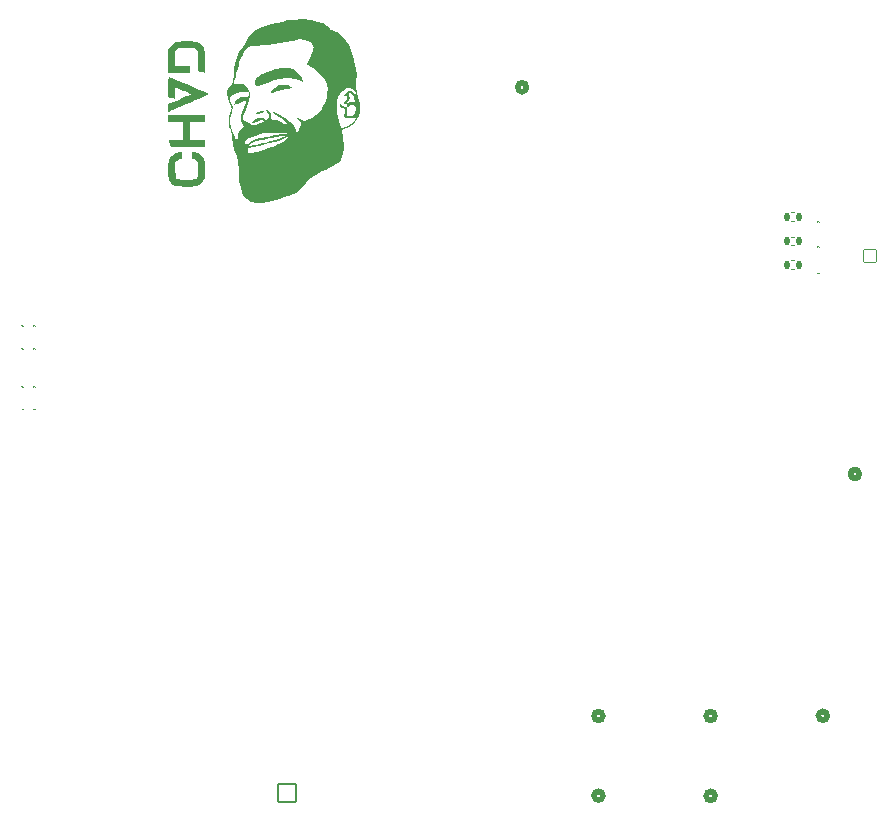
<source format=gbo>
%TF.GenerationSoftware,KiCad,Pcbnew,8.0.8*%
%TF.CreationDate,2025-03-22T13:34:13-05:00*%
%TF.ProjectId,ControllerPCB,436f6e74-726f-46c6-9c65-725043422e6b,rev?*%
%TF.SameCoordinates,Original*%
%TF.FileFunction,Legend,Bot*%
%TF.FilePolarity,Positive*%
%FSLAX46Y46*%
G04 Gerber Fmt 4.6, Leading zero omitted, Abs format (unit mm)*
G04 Created by KiCad (PCBNEW 8.0.8) date 2025-03-22 13:34:13*
%MOMM*%
%LPD*%
G01*
G04 APERTURE LIST*
G04 Aperture macros list*
%AMRoundRect*
0 Rectangle with rounded corners*
0 $1 Rounding radius*
0 $2 $3 $4 $5 $6 $7 $8 $9 X,Y pos of 4 corners*
0 Add a 4 corners polygon primitive as box body*
4,1,4,$2,$3,$4,$5,$6,$7,$8,$9,$2,$3,0*
0 Add four circle primitives for the rounded corners*
1,1,$1+$1,$2,$3*
1,1,$1+$1,$4,$5*
1,1,$1+$1,$6,$7*
1,1,$1+$1,$8,$9*
0 Add four rect primitives between the rounded corners*
20,1,$1+$1,$2,$3,$4,$5,0*
20,1,$1+$1,$4,$5,$6,$7,0*
20,1,$1+$1,$6,$7,$8,$9,0*
20,1,$1+$1,$8,$9,$2,$3,0*%
G04 Aperture macros list end*
%ADD10C,0.000000*%
%ADD11C,0.508000*%
%ADD12C,0.100000*%
%ADD13C,0.120000*%
%ADD14RoundRect,0.102000X0.765000X0.765000X-0.765000X0.765000X-0.765000X-0.765000X0.765000X-0.765000X0*%
%ADD15C,1.734000*%
%ADD16C,1.752600*%
%ADD17RoundRect,0.050000X0.530000X-0.530000X0.530000X0.530000X-0.530000X0.530000X-0.530000X-0.530000X0*%
%ADD18C,1.160000*%
%ADD19R,0.280000X0.200000*%
%ADD20O,6.744000X3.474000*%
%ADD21RoundRect,0.135000X-0.135000X-0.185000X0.135000X-0.185000X0.135000X0.185000X-0.135000X0.185000X0*%
%ADD22C,3.200000*%
%ADD23R,1.650000X1.650000*%
%ADD24C,1.650000*%
%ADD25O,1.800000X1.150000*%
%ADD26O,2.000000X1.450000*%
%ADD27O,0.800000X0.800000*%
%ADD28RoundRect,0.102000X0.765000X-0.765000X0.765000X0.765000X-0.765000X0.765000X-0.765000X-0.765000X0*%
G04 APERTURE END LIST*
D10*
%TO.C,G\u002A\u002A\u002A*%
G36*
X122015457Y-85300540D02*
G01*
X122063358Y-85557842D01*
X122089553Y-85802784D01*
X122096268Y-86020273D01*
X122097308Y-86053961D01*
X122076553Y-86362753D01*
X122003865Y-86673147D01*
X121876300Y-86950986D01*
X121691128Y-87199858D01*
X121445618Y-87423355D01*
X121137039Y-87625066D01*
X120762661Y-87808581D01*
X120566220Y-87893096D01*
X120613362Y-88155392D01*
X120631505Y-88256341D01*
X120652319Y-88384611D01*
X120656223Y-88408672D01*
X120668612Y-88511143D01*
X120691652Y-88701702D01*
X120714555Y-89002061D01*
X120724077Y-89290857D01*
X120719361Y-89549202D01*
X120699553Y-89758207D01*
X120664912Y-89926577D01*
X120577959Y-90184658D01*
X120459867Y-90410963D01*
X120319091Y-90587075D01*
X120302026Y-90602551D01*
X120197125Y-90679663D01*
X120039876Y-90777657D01*
X119839771Y-90890854D01*
X119606304Y-91013573D01*
X119454064Y-91092008D01*
X119198276Y-91226850D01*
X118923048Y-91374808D01*
X118652713Y-91522763D01*
X118411606Y-91657598D01*
X118179221Y-91792085D01*
X117967079Y-91923923D01*
X117791791Y-92047530D01*
X117639483Y-92174590D01*
X117496277Y-92316789D01*
X117348299Y-92485810D01*
X117181673Y-92693340D01*
X117070029Y-92821306D01*
X116872873Y-93006670D01*
X116656000Y-93174364D01*
X116445950Y-93302415D01*
X116397539Y-93323976D01*
X116279950Y-93369633D01*
X116116640Y-93428976D01*
X115920077Y-93497817D01*
X115702726Y-93571965D01*
X115477054Y-93647229D01*
X115255527Y-93719420D01*
X115050612Y-93784347D01*
X114874775Y-93837821D01*
X114740482Y-93875650D01*
X114604191Y-93908781D01*
X114421104Y-93948770D01*
X114250000Y-93982115D01*
X114159629Y-93995057D01*
X113969260Y-94011346D01*
X113745899Y-94020535D01*
X113512430Y-94021406D01*
X113492286Y-94021080D01*
X113304395Y-94017133D01*
X113168254Y-94010516D01*
X113067067Y-93998334D01*
X112984037Y-93977689D01*
X112902369Y-93945683D01*
X112805266Y-93899418D01*
X112768857Y-93880887D01*
X112561901Y-93747044D01*
X112384939Y-93576145D01*
X112234099Y-93361749D01*
X112105507Y-93097418D01*
X111995292Y-92776709D01*
X111899580Y-92393183D01*
X111893969Y-92359413D01*
X111881903Y-92246269D01*
X111869198Y-92081808D01*
X111856664Y-91878460D01*
X111845107Y-91648657D01*
X111835337Y-91404828D01*
X111831174Y-91287544D01*
X111820769Y-91030795D01*
X111808818Y-90825728D01*
X111792935Y-90659139D01*
X111770739Y-90517827D01*
X111739847Y-90388587D01*
X111697873Y-90258216D01*
X111642437Y-90113512D01*
X111571153Y-89941271D01*
X111493707Y-89723896D01*
X111462305Y-89601387D01*
X112603379Y-89601387D01*
X112603382Y-89605355D01*
X112609125Y-89722317D01*
X112629767Y-89789734D01*
X112671145Y-89827044D01*
X112693057Y-89838563D01*
X112724461Y-89851005D01*
X112762499Y-89855808D01*
X112817369Y-89851319D01*
X112899271Y-89835884D01*
X113018406Y-89807848D01*
X113184973Y-89765557D01*
X113409172Y-89707357D01*
X113618195Y-89651990D01*
X114003256Y-89543118D01*
X114338599Y-89437253D01*
X114637452Y-89329791D01*
X114913043Y-89216129D01*
X115178601Y-89091664D01*
X115373528Y-88988351D01*
X115561587Y-88875449D01*
X115724488Y-88764309D01*
X115852675Y-88661962D01*
X115936593Y-88575437D01*
X115966689Y-88511766D01*
X115966689Y-88511143D01*
X115961329Y-88474825D01*
X115936514Y-88467500D01*
X115878919Y-88491875D01*
X115775217Y-88550656D01*
X115577224Y-88652417D01*
X115234166Y-88781388D01*
X114832714Y-88884728D01*
X114699647Y-88913794D01*
X114503922Y-88958565D01*
X114275488Y-89012297D01*
X114032860Y-89070630D01*
X113794551Y-89129204D01*
X113789291Y-89130513D01*
X113563791Y-89185596D01*
X113346378Y-89236895D01*
X113152000Y-89281013D01*
X112995607Y-89314558D01*
X112892149Y-89334133D01*
X112786768Y-89352724D01*
X112689065Y-89374048D01*
X112638149Y-89390509D01*
X112624625Y-89413865D01*
X112609331Y-89492066D01*
X112603379Y-89601387D01*
X111462305Y-89601387D01*
X111412072Y-89405417D01*
X111366271Y-89154544D01*
X112730356Y-89154544D01*
X112731367Y-89182875D01*
X112774496Y-89193792D01*
X112873664Y-89194035D01*
X112911169Y-89192539D01*
X113054557Y-89178399D01*
X113181448Y-89155406D01*
X113184903Y-89154544D01*
X113260509Y-89135884D01*
X113393021Y-89103359D01*
X113572139Y-89059490D01*
X113787565Y-89006797D01*
X114029001Y-88947802D01*
X114286147Y-88885024D01*
X114496412Y-88832810D01*
X114865154Y-88735790D01*
X115171618Y-88647121D01*
X115414649Y-88567236D01*
X115593092Y-88496567D01*
X115705792Y-88435548D01*
X115751594Y-88384611D01*
X115729342Y-88344189D01*
X115719599Y-88342781D01*
X115651348Y-88349105D01*
X115527555Y-88367898D01*
X115357393Y-88397298D01*
X115150034Y-88435444D01*
X114914651Y-88480474D01*
X114660417Y-88530525D01*
X114396505Y-88583737D01*
X114132087Y-88638246D01*
X113876337Y-88692192D01*
X113638426Y-88743712D01*
X113427527Y-88790945D01*
X113252814Y-88832029D01*
X113123459Y-88865102D01*
X113048635Y-88888303D01*
X112940933Y-88943062D01*
X112820812Y-89034076D01*
X112742063Y-89130304D01*
X112730356Y-89154544D01*
X111366271Y-89154544D01*
X111342974Y-89026937D01*
X111330694Y-88931031D01*
X112329680Y-88931031D01*
X112359370Y-89024786D01*
X112367197Y-89038256D01*
X112415020Y-89081335D01*
X112483039Y-89080250D01*
X112580523Y-89032710D01*
X112716743Y-88936422D01*
X112826603Y-88858380D01*
X112964950Y-88778720D01*
X113121567Y-88710624D01*
X113309309Y-88649382D01*
X113541030Y-88590282D01*
X113829586Y-88528614D01*
X114055642Y-88483060D01*
X114329564Y-88427595D01*
X114604482Y-88371703D01*
X114845586Y-88322450D01*
X114886351Y-88314193D01*
X115096609Y-88274309D01*
X115304733Y-88238716D01*
X115488630Y-88211028D01*
X115626205Y-88194855D01*
X115728151Y-88185297D01*
X115852251Y-88169610D01*
X115908919Y-88155392D01*
X115899828Y-88142842D01*
X115826648Y-88132158D01*
X115691052Y-88123538D01*
X115494711Y-88117179D01*
X115239297Y-88113280D01*
X114926481Y-88112037D01*
X113917172Y-88112488D01*
X113461724Y-88265853D01*
X113232833Y-88345133D01*
X112936178Y-88457547D01*
X112702616Y-88560859D01*
X112528666Y-88657468D01*
X112410847Y-88749768D01*
X112345678Y-88840157D01*
X112329680Y-88931031D01*
X111330694Y-88931031D01*
X111287473Y-88593492D01*
X111266683Y-88420590D01*
X111234186Y-88210370D01*
X111198569Y-88033497D01*
X111163156Y-87908287D01*
X111102206Y-87738723D01*
X111049089Y-87575260D01*
X111015826Y-87440695D01*
X110998794Y-87315259D01*
X110994367Y-87179185D01*
X110998919Y-87012706D01*
X111000221Y-86982829D01*
X111012414Y-86803678D01*
X111033920Y-86662045D01*
X111070527Y-86529441D01*
X111128023Y-86377380D01*
X111164862Y-86284172D01*
X111205220Y-86160198D01*
X111222473Y-86050679D01*
X111214943Y-85940204D01*
X111180949Y-85813366D01*
X111118813Y-85654756D01*
X111026857Y-85448966D01*
X110969323Y-85319364D01*
X110931400Y-85220877D01*
X111066410Y-85220877D01*
X111103900Y-85369665D01*
X111190267Y-85560702D01*
X111262946Y-85715137D01*
X111319567Y-85888335D01*
X111332620Y-86047428D01*
X111303206Y-86214695D01*
X111232430Y-86412414D01*
X111226839Y-86425971D01*
X111176396Y-86555000D01*
X111144102Y-86661608D01*
X111125894Y-86768912D01*
X111117712Y-86900027D01*
X111115496Y-87078069D01*
X111115935Y-87211789D01*
X111120972Y-87345250D01*
X111134558Y-87460144D01*
X111160506Y-87577587D01*
X111202629Y-87718697D01*
X111264739Y-87904593D01*
X111332235Y-88090443D01*
X111407750Y-88277993D01*
X111480984Y-88442286D01*
X111542699Y-88561489D01*
X111548940Y-88571993D01*
X111613908Y-88675799D01*
X111665768Y-88749326D01*
X111693784Y-88777242D01*
X111695450Y-88776641D01*
X111709917Y-88736656D01*
X111725415Y-88646401D01*
X111738862Y-88523242D01*
X111745755Y-88451251D01*
X111782243Y-88226914D01*
X111842762Y-88046931D01*
X111935381Y-87892198D01*
X112068169Y-87743612D01*
X112260327Y-87556001D01*
X112154286Y-87422138D01*
X112074553Y-87304688D01*
X112005771Y-87131934D01*
X111987915Y-86941573D01*
X112020403Y-86722839D01*
X112102654Y-86464966D01*
X112134654Y-86380351D01*
X112209892Y-86177689D01*
X112283129Y-85975833D01*
X112350609Y-85785586D01*
X112408577Y-85617755D01*
X112453276Y-85483142D01*
X112480952Y-85392553D01*
X112487849Y-85356792D01*
X112487167Y-85356464D01*
X112447165Y-85366916D01*
X112356725Y-85400065D01*
X112228530Y-85451049D01*
X112075264Y-85515002D01*
X111913681Y-85581790D01*
X111761750Y-85640802D01*
X111639914Y-85684217D01*
X111565174Y-85705680D01*
X111553886Y-85707744D01*
X111486482Y-85714814D01*
X111467492Y-85689077D01*
X111480867Y-85612865D01*
X111527728Y-85466791D01*
X111607251Y-85347415D01*
X111735861Y-85236742D01*
X111824106Y-85180355D01*
X112021922Y-85092973D01*
X112227005Y-85045312D01*
X112413593Y-85044673D01*
X112417924Y-85045318D01*
X112520655Y-85053781D01*
X112589089Y-85034784D01*
X112655449Y-84979667D01*
X112722655Y-84888645D01*
X112737631Y-84787018D01*
X112683746Y-84693510D01*
X112673302Y-84683810D01*
X112630789Y-84659234D01*
X112566152Y-84647193D01*
X112463546Y-84646028D01*
X112307125Y-84654080D01*
X112032559Y-84682704D01*
X111692261Y-84757179D01*
X111367113Y-84878231D01*
X111274305Y-84923389D01*
X111148902Y-85008201D01*
X111080507Y-85103876D01*
X111066410Y-85220877D01*
X110931400Y-85220877D01*
X110880809Y-85089490D01*
X110830736Y-84897803D01*
X110817480Y-84731705D01*
X110839417Y-84578599D01*
X110894922Y-84425885D01*
X110988144Y-84268297D01*
X111138763Y-84107019D01*
X111174942Y-84076841D01*
X111243188Y-84010818D01*
X111287716Y-83941789D01*
X111298424Y-83910872D01*
X111424669Y-83910872D01*
X111448363Y-83927699D01*
X111507623Y-83937245D01*
X111613948Y-83941507D01*
X111778833Y-83942483D01*
X111971316Y-83947372D01*
X112183977Y-83972716D01*
X112346777Y-84024612D01*
X112470183Y-84108551D01*
X112564662Y-84230023D01*
X112640681Y-84394518D01*
X112674560Y-84481437D01*
X112714639Y-84574914D01*
X112741060Y-84625230D01*
X112743086Y-84628023D01*
X112773423Y-84688035D01*
X112807538Y-84777014D01*
X112810138Y-84787018D01*
X112819802Y-84824194D01*
X112822808Y-84881350D01*
X112812539Y-84956166D01*
X112786491Y-85060749D01*
X112742157Y-85207203D01*
X112677034Y-85407635D01*
X112669484Y-85430455D01*
X112591139Y-85661694D01*
X112503502Y-85912369D01*
X112416745Y-86153742D01*
X112341036Y-86357074D01*
X112275251Y-86533212D01*
X112210677Y-86723349D01*
X112171370Y-86870925D01*
X112154986Y-86988020D01*
X112159183Y-87086714D01*
X112181617Y-87179088D01*
X112215337Y-87260855D01*
X112251945Y-87300733D01*
X112278088Y-87274286D01*
X112288069Y-87181390D01*
X112288069Y-87056986D01*
X112401931Y-87143758D01*
X112503642Y-87212884D01*
X112665576Y-87301494D01*
X112835042Y-87375477D01*
X112990743Y-87425834D01*
X113111379Y-87443564D01*
X113171025Y-87437882D01*
X113294092Y-87412379D01*
X113440967Y-87371406D01*
X113596370Y-87320437D01*
X113745018Y-87264947D01*
X113871630Y-87210410D01*
X113960925Y-87162300D01*
X113997622Y-87126091D01*
X113998700Y-87114934D01*
X113971534Y-87073236D01*
X113884060Y-87045707D01*
X113856739Y-87042603D01*
X113732669Y-87051834D01*
X113548947Y-87089964D01*
X113304315Y-87157289D01*
X112997517Y-87254105D01*
X112960066Y-87256229D01*
X112958226Y-87222474D01*
X112998958Y-87158559D01*
X113077834Y-87074395D01*
X113149358Y-87018289D01*
X113303883Y-86934774D01*
X113481028Y-86870559D01*
X113655277Y-86834125D01*
X113801117Y-86833954D01*
X113806184Y-86834861D01*
X113922081Y-86875663D01*
X114021888Y-86940640D01*
X114032574Y-86950364D01*
X114099838Y-87003746D01*
X114143072Y-87025518D01*
X114157566Y-87019429D01*
X114211231Y-86975011D01*
X114281405Y-86901678D01*
X114288591Y-86893393D01*
X114361069Y-86785895D01*
X114384463Y-86678766D01*
X114358873Y-86555116D01*
X114284399Y-86398058D01*
X114236073Y-86308754D01*
X114195514Y-86230001D01*
X114179931Y-86194249D01*
X114180277Y-86191751D01*
X114210994Y-86188049D01*
X114275961Y-86211858D01*
X114353249Y-86253320D01*
X114420929Y-86302579D01*
X114494338Y-86386889D01*
X114572805Y-86556518D01*
X114600344Y-86757344D01*
X114602341Y-86819209D01*
X114621821Y-86905004D01*
X114672692Y-86961271D01*
X114767821Y-86998940D01*
X114920077Y-87028941D01*
X115063443Y-87063375D01*
X115257954Y-87131841D01*
X115463166Y-87223120D01*
X115547015Y-87262660D01*
X115701557Y-87327369D01*
X115838969Y-87375368D01*
X115936965Y-87398412D01*
X116089310Y-87415219D01*
X115861586Y-87198718D01*
X115821969Y-87162356D01*
X115665621Y-87032806D01*
X115469450Y-86885112D01*
X115249818Y-86730885D01*
X115023087Y-86581737D01*
X114805620Y-86449282D01*
X114785095Y-86437310D01*
X114725798Y-86398690D01*
X114721501Y-86379413D01*
X114766717Y-86368023D01*
X114775419Y-86366971D01*
X114875398Y-86381404D01*
X115018432Y-86432683D01*
X115194113Y-86514648D01*
X115392031Y-86621138D01*
X115601778Y-86745990D01*
X115812946Y-86883043D01*
X116015126Y-87026136D01*
X116197908Y-87169106D01*
X116350885Y-87305793D01*
X116473378Y-87445859D01*
X116608499Y-87673013D01*
X116686034Y-87912641D01*
X116690636Y-87934832D01*
X116714846Y-88010827D01*
X116739564Y-88041518D01*
X116768855Y-88029169D01*
X116830126Y-87965872D01*
X116901399Y-87862633D01*
X116973344Y-87735048D01*
X117036630Y-87598713D01*
X117081927Y-87469226D01*
X117088076Y-87445547D01*
X117101342Y-87343396D01*
X117081671Y-87250672D01*
X117022307Y-87149034D01*
X116916492Y-87020142D01*
X116849417Y-86942489D01*
X116793829Y-86874191D01*
X116772482Y-86842278D01*
X116790642Y-86826641D01*
X116852137Y-86835410D01*
X116939473Y-86868138D01*
X117034142Y-86917619D01*
X117117634Y-86976648D01*
X117140469Y-86995739D01*
X117243444Y-87064233D01*
X117343535Y-87089624D01*
X117461325Y-87073611D01*
X117617397Y-87017893D01*
X117996892Y-86833612D01*
X118350383Y-86600731D01*
X118654033Y-86331735D01*
X118858353Y-86084666D01*
X120142423Y-86084666D01*
X120150875Y-86302470D01*
X120170322Y-86482483D01*
X120175981Y-86514748D01*
X120203434Y-86644682D01*
X120242418Y-86806525D01*
X120288948Y-86985987D01*
X120339037Y-87168777D01*
X120388698Y-87340602D01*
X120433945Y-87487171D01*
X120470792Y-87594195D01*
X120495253Y-87647380D01*
X120527920Y-87672001D01*
X120604289Y-87690341D01*
X120666962Y-87680132D01*
X120786957Y-87641758D01*
X120930453Y-87583073D01*
X121076548Y-87512808D01*
X121204344Y-87439693D01*
X121207764Y-87437488D01*
X121326024Y-87349393D01*
X121447463Y-87239723D01*
X121562695Y-87119685D01*
X121662330Y-87000484D01*
X121736982Y-86893326D01*
X121777262Y-86809419D01*
X121773782Y-86759967D01*
X121769547Y-86758267D01*
X121720983Y-86769166D01*
X121641565Y-86803399D01*
X121599847Y-86821887D01*
X121437723Y-86865427D01*
X121254478Y-86882702D01*
X121071841Y-86874253D01*
X120911539Y-86840621D01*
X120795302Y-86782345D01*
X120788399Y-86776746D01*
X120747956Y-86739006D01*
X120733528Y-86699220D01*
X120743504Y-86635807D01*
X120749283Y-86616651D01*
X120979787Y-86616651D01*
X120980610Y-86654723D01*
X121000538Y-86664797D01*
X121079347Y-86680263D01*
X121187983Y-86688384D01*
X121299777Y-86687715D01*
X121388060Y-86676809D01*
X121488636Y-86643020D01*
X121587792Y-86568031D01*
X121659469Y-86442819D01*
X121670349Y-86415874D01*
X121727308Y-86206156D01*
X121728014Y-86020273D01*
X121673453Y-85865443D01*
X121564611Y-85748886D01*
X121528591Y-85726626D01*
X121418675Y-85697765D01*
X121299882Y-85728635D01*
X121161803Y-85821105D01*
X121084456Y-85887097D01*
X121035209Y-85944691D01*
X121020652Y-86001586D01*
X121029286Y-86080263D01*
X121034702Y-86152953D01*
X121028884Y-86287449D01*
X121009357Y-86427402D01*
X120991094Y-86529812D01*
X120979787Y-86616651D01*
X120749283Y-86616651D01*
X120776275Y-86527186D01*
X120798480Y-86449276D01*
X120825810Y-86324395D01*
X120836482Y-86230834D01*
X120836443Y-86226729D01*
X120807927Y-86120533D01*
X120739021Y-86040891D01*
X120648200Y-86009518D01*
X120644112Y-86009337D01*
X120577302Y-85982374D01*
X120502062Y-85923524D01*
X120438061Y-85827474D01*
X120420843Y-85694974D01*
X120468620Y-85554069D01*
X120487640Y-85521416D01*
X120509372Y-85495627D01*
X120517892Y-85524033D01*
X120519931Y-85614572D01*
X120527643Y-85692268D01*
X120576217Y-85792211D01*
X120676134Y-85857380D01*
X120835148Y-85894665D01*
X120976620Y-85913640D01*
X120976620Y-85759945D01*
X120977109Y-85712612D01*
X120987937Y-85636456D01*
X121025956Y-85594022D01*
X121108000Y-85559646D01*
X121257173Y-85514536D01*
X121431607Y-85491547D01*
X121575244Y-85514844D01*
X121685128Y-85553150D01*
X121661438Y-85387196D01*
X121630710Y-85207395D01*
X121586634Y-85046845D01*
X121528055Y-84925861D01*
X121448714Y-84827983D01*
X121370364Y-84758038D01*
X121304798Y-84728552D01*
X121232887Y-84734451D01*
X121161498Y-84753151D01*
X121125395Y-84778468D01*
X121129015Y-84828123D01*
X121164924Y-84922704D01*
X121186874Y-84983106D01*
X121218544Y-85160955D01*
X121187211Y-85313716D01*
X121090631Y-85447464D01*
X120926563Y-85568273D01*
X120892766Y-85587806D01*
X120789459Y-85641005D01*
X120736567Y-85652344D01*
X120733205Y-85619267D01*
X120778484Y-85539215D01*
X120871517Y-85409633D01*
X120887091Y-85388459D01*
X120982527Y-85222031D01*
X121012953Y-85078830D01*
X120978154Y-84959766D01*
X120950187Y-84931106D01*
X120904769Y-84932626D01*
X120821036Y-84967957D01*
X120769046Y-84990318D01*
X120709179Y-85001215D01*
X120702821Y-84971481D01*
X120749551Y-84903650D01*
X120848946Y-84800254D01*
X120879681Y-84772259D01*
X121036477Y-84665695D01*
X121201386Y-84603629D01*
X121360548Y-84587853D01*
X121500102Y-84620160D01*
X121606186Y-84702341D01*
X121627130Y-84732417D01*
X121683218Y-84834835D01*
X121733527Y-84951748D01*
X121741847Y-84974129D01*
X121791592Y-85093746D01*
X121826016Y-85146086D01*
X121846015Y-85131904D01*
X121852482Y-85051951D01*
X121846759Y-84963969D01*
X121785815Y-84760182D01*
X121657298Y-84565587D01*
X121460059Y-84378210D01*
X121365651Y-84312453D01*
X121239076Y-84265163D01*
X121106076Y-84272976D01*
X120946153Y-84334131D01*
X120892816Y-84364109D01*
X120831202Y-84407646D01*
X120774820Y-84447486D01*
X120641833Y-84556780D01*
X120508216Y-84678606D01*
X120388332Y-84799582D01*
X120296543Y-84906323D01*
X120247212Y-84985446D01*
X120234555Y-85023198D01*
X120201117Y-85175205D01*
X120174313Y-85374339D01*
X120155014Y-85603617D01*
X120144093Y-85846053D01*
X120142423Y-86084666D01*
X118858353Y-86084666D01*
X118902167Y-86031685D01*
X119089108Y-85705641D01*
X119154127Y-85553538D01*
X119279607Y-85163524D01*
X119345542Y-84779145D01*
X119351590Y-84407646D01*
X119297406Y-84056274D01*
X119182646Y-83732276D01*
X119107796Y-83597919D01*
X118937534Y-83372297D01*
X118707806Y-83134216D01*
X118423395Y-82888037D01*
X118089083Y-82638125D01*
X117709655Y-82388840D01*
X117674827Y-82364800D01*
X117622332Y-82296934D01*
X117629562Y-82214879D01*
X117695926Y-82106480D01*
X117780753Y-81975173D01*
X117873168Y-81796643D01*
X117963688Y-81591939D01*
X118045667Y-81378421D01*
X118112454Y-81173449D01*
X118157402Y-80994380D01*
X118173862Y-80858575D01*
X118150840Y-80726527D01*
X118063367Y-80577695D01*
X117915053Y-80445589D01*
X117710616Y-80334218D01*
X117454770Y-80247587D01*
X117326336Y-80219372D01*
X117132689Y-80198601D01*
X116923003Y-80204192D01*
X116681304Y-80236894D01*
X116391616Y-80297455D01*
X116378034Y-80300630D01*
X115868018Y-80411186D01*
X115339170Y-80510223D01*
X114808423Y-80595249D01*
X114292712Y-80663773D01*
X113808972Y-80713304D01*
X113374138Y-80741351D01*
X113345366Y-80742577D01*
X113160864Y-80752953D01*
X112994720Y-80766294D01*
X112864162Y-80781012D01*
X112786420Y-80795519D01*
X112758399Y-80804941D01*
X112612944Y-80885139D01*
X112468337Y-81020766D01*
X112317225Y-81218449D01*
X112311710Y-81226588D01*
X112228872Y-81354441D01*
X112155297Y-81481904D01*
X112087853Y-81617559D01*
X112023410Y-81769990D01*
X111958837Y-81947777D01*
X111891003Y-82159503D01*
X111816778Y-82413750D01*
X111733031Y-82719101D01*
X111636630Y-83084138D01*
X111615420Y-83165375D01*
X111559485Y-83379016D01*
X111509716Y-83568274D01*
X111468980Y-83722291D01*
X111440146Y-83830209D01*
X111426083Y-83881173D01*
X111425045Y-83884765D01*
X111424669Y-83910872D01*
X111298424Y-83910872D01*
X111320296Y-83847722D01*
X111352701Y-83706586D01*
X111374512Y-83577533D01*
X111397033Y-83390602D01*
X111415266Y-83182526D01*
X111426595Y-82979035D01*
X111444630Y-82716195D01*
X111528893Y-82214279D01*
X111676649Y-81737883D01*
X111886565Y-81290835D01*
X112157311Y-80876966D01*
X112174520Y-80853884D01*
X112273053Y-80707417D01*
X112360845Y-80555600D01*
X112420641Y-80427858D01*
X112495058Y-80256894D01*
X112686877Y-79947697D01*
X112939325Y-79671353D01*
X113251179Y-79428610D01*
X113621219Y-79220215D01*
X114048221Y-79046914D01*
X114530965Y-78909455D01*
X115068229Y-78808586D01*
X115177517Y-78791019D01*
X115473711Y-78725352D01*
X115721448Y-78642106D01*
X115780220Y-78617834D01*
X115862190Y-78586534D01*
X115939032Y-78563628D01*
X116023275Y-78547511D01*
X116127452Y-78536582D01*
X116264094Y-78529238D01*
X116445732Y-78523877D01*
X116684896Y-78518895D01*
X116894828Y-78514839D01*
X117160531Y-78510358D01*
X117372679Y-78508541D01*
X117541205Y-78510151D01*
X117676043Y-78515947D01*
X117787124Y-78526690D01*
X117884383Y-78543141D01*
X117977752Y-78566060D01*
X118077164Y-78596208D01*
X118192551Y-78634345D01*
X118317215Y-78674770D01*
X118459324Y-78717507D01*
X118568886Y-78746622D01*
X118629098Y-78757380D01*
X118693550Y-78767369D01*
X118801932Y-78794686D01*
X118929034Y-78833253D01*
X119107084Y-78911178D01*
X119285073Y-79025596D01*
X119435254Y-79158588D01*
X119537071Y-79294554D01*
X119558879Y-79332209D01*
X119595919Y-79374926D01*
X119652247Y-79408057D01*
X119744153Y-79440213D01*
X119887929Y-79480004D01*
X120166090Y-79585080D01*
X120444305Y-79762357D01*
X120700661Y-80006192D01*
X120935149Y-80316576D01*
X121147756Y-80693496D01*
X121218853Y-80842115D01*
X121374130Y-81205020D01*
X121503936Y-81574631D01*
X121615197Y-81972018D01*
X121714841Y-82418249D01*
X121735377Y-82520903D01*
X121772008Y-82712929D01*
X121796308Y-82864983D01*
X121809949Y-82996856D01*
X121814603Y-83128337D01*
X121811942Y-83279216D01*
X121803638Y-83469283D01*
X121801838Y-83505066D01*
X121790408Y-83699311D01*
X121777257Y-83879946D01*
X121763872Y-84028169D01*
X121751742Y-84125179D01*
X121746859Y-84157983D01*
X121742525Y-84233441D01*
X121750262Y-84318532D01*
X121772706Y-84427427D01*
X121812491Y-84574298D01*
X121872252Y-84773317D01*
X121942581Y-85012286D01*
X121952609Y-85051951D01*
X122015457Y-85300540D01*
G37*
G36*
X108075172Y-89765768D02*
G01*
X108094769Y-89767325D01*
X108354302Y-89820707D01*
X108574204Y-89931331D01*
X108752439Y-90097810D01*
X108886972Y-90318759D01*
X108910778Y-90377056D01*
X108929001Y-90440672D01*
X108941957Y-90519333D01*
X108950543Y-90624043D01*
X108955652Y-90765806D01*
X108958181Y-90955625D01*
X108959023Y-91204505D01*
X108958518Y-91427119D01*
X108955541Y-91639278D01*
X108949413Y-91799078D01*
X108939537Y-91916183D01*
X108925317Y-92000257D01*
X108906157Y-92060964D01*
X108816108Y-92230633D01*
X108659619Y-92416074D01*
X108469258Y-92551765D01*
X108256105Y-92628040D01*
X108198225Y-92636880D01*
X108051277Y-92649595D01*
X107861595Y-92658244D01*
X107643272Y-92662938D01*
X107410398Y-92663789D01*
X107177065Y-92660909D01*
X106957364Y-92654410D01*
X106765387Y-92644402D01*
X106615223Y-92630997D01*
X106520966Y-92614307D01*
X106480187Y-92600876D01*
X106277243Y-92493423D01*
X106100951Y-92332993D01*
X105967437Y-92133590D01*
X105947180Y-92092235D01*
X105921642Y-92032981D01*
X105903167Y-91971543D01*
X105890613Y-91896607D01*
X105882838Y-91796859D01*
X105878699Y-91660984D01*
X105877053Y-91477669D01*
X105876758Y-91235600D01*
X105877567Y-91006494D01*
X105881949Y-90774571D01*
X105891966Y-90593744D01*
X105909641Y-90453484D01*
X105936998Y-90343259D01*
X105976061Y-90252539D01*
X106028853Y-90170796D01*
X106097399Y-90087497D01*
X106142435Y-90038793D01*
X106319309Y-89894419D01*
X106519955Y-89806157D01*
X106761379Y-89765768D01*
X106997862Y-89748792D01*
X106997862Y-90051293D01*
X106997862Y-90353793D01*
X106837512Y-90353793D01*
X106752102Y-90358204D01*
X106659722Y-90387386D01*
X106574753Y-90456202D01*
X106472344Y-90558610D01*
X106472344Y-91194229D01*
X106473277Y-91350000D01*
X106477768Y-91554662D01*
X106485485Y-91721182D01*
X106495884Y-91838924D01*
X106508418Y-91897251D01*
X106545258Y-91952048D01*
X106597832Y-91995752D01*
X106673989Y-92027465D01*
X106783014Y-92048991D01*
X106934192Y-92062133D01*
X107136807Y-92068696D01*
X107400144Y-92070483D01*
X107616075Y-92069238D01*
X107841646Y-92063058D01*
X108012696Y-92050242D01*
X108137959Y-92029188D01*
X108226168Y-91998294D01*
X108286054Y-91955959D01*
X108326352Y-91900580D01*
X108333167Y-91880224D01*
X108346102Y-91788250D01*
X108355874Y-91637915D01*
X108362052Y-91437236D01*
X108364207Y-91194229D01*
X108364207Y-90558610D01*
X108261798Y-90456202D01*
X108203162Y-90404471D01*
X108117107Y-90364110D01*
X107999039Y-90353793D01*
X107838689Y-90353793D01*
X107838689Y-90051293D01*
X107838689Y-89748792D01*
X108075172Y-89765768D01*
G37*
G36*
X108959793Y-86937931D02*
G01*
X108959793Y-87235724D01*
X108330578Y-87235724D01*
X107701363Y-87235724D01*
X107701533Y-87971449D01*
X107701703Y-88707173D01*
X108330748Y-88707173D01*
X108959793Y-88707173D01*
X108959793Y-89004966D01*
X108959793Y-89302759D01*
X107512758Y-89302759D01*
X106065723Y-89302759D01*
X105984103Y-89048759D01*
X105977974Y-89029707D01*
X105937048Y-88903602D01*
X105904133Y-88803975D01*
X105885873Y-88750966D01*
X105885703Y-88743258D01*
X105910051Y-88728829D01*
X105974875Y-88718546D01*
X106087566Y-88711868D01*
X106255515Y-88708257D01*
X106486113Y-88707173D01*
X107102965Y-88707173D01*
X107102965Y-87971449D01*
X107102965Y-87235724D01*
X106489862Y-87235724D01*
X105876758Y-87235724D01*
X105876758Y-86937931D01*
X105876758Y-86640138D01*
X107418276Y-86640138D01*
X108959793Y-86640138D01*
X108959793Y-86937931D01*
G37*
G36*
X105917649Y-83367202D02*
G01*
X105949322Y-83381799D01*
X106006558Y-83407114D01*
X106092899Y-83444660D01*
X106211884Y-83495949D01*
X106367054Y-83562495D01*
X106561949Y-83645811D01*
X106800109Y-83747408D01*
X107085074Y-83868800D01*
X107420386Y-84011499D01*
X107809584Y-84177019D01*
X108256208Y-84366871D01*
X108763799Y-84582570D01*
X109356082Y-84834226D01*
X109184213Y-84910574D01*
X109122816Y-84937320D01*
X109000537Y-84989885D01*
X108830055Y-85062783D01*
X108620000Y-85152337D01*
X108379001Y-85254867D01*
X108115687Y-85366695D01*
X107838689Y-85484142D01*
X107623102Y-85575560D01*
X107335574Y-85697727D01*
X107059278Y-85815383D01*
X106804876Y-85923975D01*
X106583030Y-86018950D01*
X106404402Y-86095755D01*
X106279655Y-86149839D01*
X106277145Y-86150936D01*
X106127677Y-86216233D01*
X106004063Y-86270150D01*
X105919083Y-86307119D01*
X105885517Y-86321571D01*
X105883317Y-86311833D01*
X105879945Y-86248134D01*
X105877623Y-86137969D01*
X105876758Y-85996456D01*
X105876758Y-85668083D01*
X106750049Y-85295876D01*
X106980845Y-85197652D01*
X107199462Y-85104893D01*
X107391499Y-85023694D01*
X107547493Y-84958049D01*
X107657980Y-84911951D01*
X107713498Y-84889392D01*
X107775012Y-84862096D01*
X107803655Y-84840671D01*
X107787954Y-84829695D01*
X107718467Y-84795294D01*
X107604290Y-84743253D01*
X107457285Y-84678579D01*
X107289317Y-84606280D01*
X107112247Y-84531364D01*
X106937940Y-84458837D01*
X106778257Y-84393707D01*
X106645062Y-84340980D01*
X106550218Y-84305665D01*
X106505588Y-84292769D01*
X106500228Y-84293236D01*
X106481378Y-84308922D01*
X106469331Y-84354297D01*
X106463237Y-84439436D01*
X106462252Y-84574413D01*
X106465527Y-84769301D01*
X106468683Y-84963824D01*
X106467462Y-85099056D01*
X106461144Y-85181997D01*
X106449047Y-85221521D01*
X106430493Y-85226502D01*
X106426661Y-85224949D01*
X106365038Y-85203384D01*
X106259590Y-85168946D01*
X106130758Y-85128331D01*
X105876758Y-85049549D01*
X105876758Y-84196155D01*
X105876989Y-84079679D01*
X105879302Y-83832307D01*
X105883914Y-83630914D01*
X105890589Y-83481521D01*
X105899093Y-83390145D01*
X105909191Y-83362806D01*
X105917649Y-83367202D01*
G37*
G36*
X107694214Y-80367758D02*
G01*
X107911909Y-80373156D01*
X108101038Y-80382184D01*
X108248859Y-80394906D01*
X108342625Y-80411389D01*
X108345233Y-80412170D01*
X108474153Y-80476053D01*
X108614451Y-80584016D01*
X108747504Y-80717434D01*
X108854685Y-80857681D01*
X108917369Y-80986134D01*
X108932380Y-81072402D01*
X108944452Y-81225279D01*
X108953010Y-81444046D01*
X108958106Y-81730067D01*
X108959793Y-82084710D01*
X108959332Y-82337879D01*
X108957433Y-82577721D01*
X108953792Y-82758978D01*
X108948119Y-82887866D01*
X108940122Y-82970600D01*
X108929513Y-83013397D01*
X108916000Y-83022472D01*
X108912032Y-83021008D01*
X108851110Y-83000241D01*
X108746456Y-82965771D01*
X108618207Y-82924242D01*
X108364207Y-82842622D01*
X108364207Y-82005996D01*
X108364207Y-81169369D01*
X108261798Y-81066961D01*
X108159390Y-80964552D01*
X107414129Y-80964552D01*
X106668868Y-80964552D01*
X106570606Y-81058693D01*
X106472344Y-81152834D01*
X106472344Y-81794417D01*
X106472344Y-82436000D01*
X107085448Y-82436000D01*
X107257456Y-82437059D01*
X107433855Y-82440678D01*
X107573942Y-82446408D01*
X107666465Y-82453768D01*
X107700174Y-82462276D01*
X107700376Y-82466367D01*
X107702303Y-82523490D01*
X107705342Y-82627756D01*
X107708932Y-82760085D01*
X107716069Y-83031617D01*
X106796413Y-83031602D01*
X105876758Y-83031587D01*
X105876758Y-82042365D01*
X105876758Y-81053144D01*
X105971419Y-80866051D01*
X106057774Y-80727525D01*
X106233836Y-80548311D01*
X106450612Y-80421021D01*
X106501875Y-80407973D01*
X106623325Y-80392952D01*
X106792677Y-80381172D01*
X106997186Y-80372698D01*
X107224108Y-80367594D01*
X107460699Y-80365926D01*
X107694214Y-80367758D01*
G37*
G36*
X113994599Y-86235502D02*
G01*
X113980991Y-86257722D01*
X113949270Y-86293038D01*
X113937329Y-86305866D01*
X113808472Y-86404732D01*
X113636896Y-86469170D01*
X113632425Y-86470289D01*
X113521244Y-86484712D01*
X113398564Y-86482439D01*
X113291323Y-86465619D01*
X113226459Y-86436405D01*
X113227016Y-86424197D01*
X113280888Y-86395099D01*
X113399983Y-86357068D01*
X113581703Y-86311019D01*
X113686332Y-86286461D01*
X113835959Y-86251857D01*
X113931161Y-86232125D01*
X113981015Y-86226821D01*
X113994599Y-86235502D01*
G37*
G36*
X115704862Y-84032579D02*
G01*
X115844305Y-84038042D01*
X115947199Y-84052994D01*
X116035984Y-84081598D01*
X116133103Y-84128021D01*
X116166824Y-84146014D01*
X116266672Y-84208827D01*
X116309785Y-84259642D01*
X116293497Y-84301084D01*
X116215145Y-84335778D01*
X116072063Y-84366347D01*
X115861586Y-84395417D01*
X115861407Y-84395439D01*
X115482497Y-84456918D01*
X115136848Y-84545508D01*
X114841648Y-84656804D01*
X114737919Y-84700929D01*
X114630114Y-84731540D01*
X114566168Y-84722799D01*
X114538051Y-84675192D01*
X114537868Y-84664030D01*
X114568821Y-84597552D01*
X114641125Y-84505748D01*
X114742215Y-84400933D01*
X114859529Y-84295421D01*
X114980506Y-84201528D01*
X115092583Y-84131570D01*
X115150198Y-84102578D01*
X115241149Y-84065281D01*
X115334030Y-84043976D01*
X115451532Y-84034353D01*
X115616344Y-84032103D01*
X115704862Y-84032579D01*
G37*
G36*
X116123148Y-82633478D02*
G01*
X116430913Y-82743663D01*
X116649915Y-82867558D01*
X116886679Y-83064495D01*
X117091587Y-83317450D01*
X117164833Y-83438450D01*
X117222835Y-83561838D01*
X117256451Y-83666884D01*
X117261379Y-83739928D01*
X117233315Y-83767311D01*
X117231868Y-83767260D01*
X117178224Y-83754200D01*
X117080617Y-83722522D01*
X116959088Y-83678703D01*
X116635112Y-83577308D01*
X116204267Y-83503310D01*
X115758060Y-83494015D01*
X115294019Y-83549587D01*
X114809673Y-83670191D01*
X114302551Y-83855993D01*
X114245604Y-83879827D01*
X114073691Y-83950643D01*
X113907760Y-84017590D01*
X113777034Y-84068833D01*
X113757884Y-84076069D01*
X113588408Y-84130476D01*
X113462504Y-84147091D01*
X113366059Y-84125851D01*
X113284959Y-84066696D01*
X113228935Y-83985554D01*
X113198642Y-83848521D01*
X113219386Y-83695076D01*
X113288492Y-83540315D01*
X113403281Y-83399333D01*
X113421638Y-83384419D01*
X113512735Y-83328520D01*
X113653999Y-83255155D01*
X113834011Y-83169371D01*
X114041353Y-83076216D01*
X114264607Y-82980735D01*
X114492354Y-82887978D01*
X114713176Y-82802990D01*
X114915655Y-82730819D01*
X115067264Y-82683455D01*
X115444207Y-82603398D01*
X115795207Y-82586731D01*
X116123148Y-82633478D01*
G37*
D11*
%TO.C,J301*%
X164381000Y-117000000D02*
G75*
G02*
X163619000Y-117000000I-381000J0D01*
G01*
X163619000Y-117000000D02*
G75*
G02*
X164381000Y-117000000I381000J0D01*
G01*
D12*
%TO.C,D516*%
X94450000Y-106400000D02*
X94450000Y-106400000D01*
X94550000Y-106400000D02*
X94550000Y-106400000D01*
X94550000Y-106400000D02*
G75*
G02*
X94450000Y-106400000I-50000J0D01*
G01*
X94450000Y-106400000D02*
G75*
G02*
X94550000Y-106400000I50000J0D01*
G01*
%TO.C,D519*%
X94450000Y-111500000D02*
X94450000Y-111500000D01*
X94550000Y-111500000D02*
X94550000Y-111500000D01*
X94550000Y-111500000D02*
G75*
G02*
X94450000Y-111500000I-50000J0D01*
G01*
X94450000Y-111500000D02*
G75*
G02*
X94550000Y-111500000I50000J0D01*
G01*
%TO.C,D514*%
X93550000Y-104450000D02*
X93550000Y-104450000D01*
X93450000Y-104450000D02*
X93450000Y-104450000D01*
X93450000Y-104450000D02*
G75*
G02*
X93550000Y-104450000I50000J0D01*
G01*
X93550000Y-104450000D02*
G75*
G02*
X93450000Y-104450000I-50000J0D01*
G01*
D13*
%TO.C,R105*%
X158878642Y-97648300D02*
X158571360Y-97648300D01*
X158878642Y-96888300D02*
X158571360Y-96888300D01*
%TO.C,R106*%
X158878642Y-95610000D02*
X158571360Y-95610000D01*
X158878642Y-94850000D02*
X158571360Y-94850000D01*
D12*
%TO.C,D515*%
X93450000Y-106400000D02*
X93450000Y-106400000D01*
X93550000Y-106400000D02*
X93550000Y-106400000D01*
X93550000Y-106400000D02*
G75*
G02*
X93450000Y-106400000I-50000J0D01*
G01*
X93450000Y-106400000D02*
G75*
G02*
X93550000Y-106400000I50000J0D01*
G01*
D11*
%TO.C,J102*%
X136203000Y-84250000D02*
G75*
G02*
X135441000Y-84250000I-381000J0D01*
G01*
X135441000Y-84250000D02*
G75*
G02*
X136203000Y-84250000I381000J0D01*
G01*
D13*
%TO.C,R104*%
X158878642Y-99648300D02*
X158571360Y-99648300D01*
X158878642Y-98888300D02*
X158571360Y-98888300D01*
D12*
%TO.C,D107*%
X160925001Y-97750000D02*
X160925001Y-97750000D01*
X160825001Y-97750000D02*
X160825001Y-97750000D01*
X160825001Y-97750000D02*
G75*
G02*
X160925001Y-97750000I50000J0D01*
G01*
X160925001Y-97750000D02*
G75*
G02*
X160825001Y-97750000I-50000J0D01*
G01*
D11*
%TO.C,J104*%
X152163000Y-137484399D02*
G75*
G02*
X151401000Y-137484399I-381000J0D01*
G01*
X151401000Y-137484399D02*
G75*
G02*
X152163000Y-137484399I381000J0D01*
G01*
D12*
%TO.C,D517*%
X94550000Y-109600000D02*
X94550000Y-109600000D01*
X94450000Y-109600000D02*
X94450000Y-109600000D01*
X94450000Y-109600000D02*
G75*
G02*
X94550000Y-109600000I50000J0D01*
G01*
X94550000Y-109600000D02*
G75*
G02*
X94450000Y-109600000I-50000J0D01*
G01*
%TO.C,D518*%
X93550000Y-109600000D02*
G75*
G02*
X93450000Y-109600000I-50000J0D01*
G01*
X93450000Y-109600000D02*
G75*
G02*
X93550000Y-109600000I50000J0D01*
G01*
X93450000Y-109600000D02*
X93450000Y-109600000D01*
X93550000Y-109600000D02*
X93550000Y-109600000D01*
D11*
%TO.C,J103*%
X142669600Y-137484399D02*
G75*
G02*
X141907600Y-137484399I-381000J0D01*
G01*
X141907600Y-137484399D02*
G75*
G02*
X142669600Y-137484399I381000J0D01*
G01*
D12*
%TO.C,D104*%
X160925001Y-95630000D02*
X160925001Y-95630000D01*
X160825001Y-95630000D02*
X160825001Y-95630000D01*
X160825001Y-95630000D02*
G75*
G02*
X160925001Y-95630000I50000J0D01*
G01*
X160925001Y-95630000D02*
G75*
G02*
X160825001Y-95630000I-50000J0D01*
G01*
D11*
%TO.C,J105*%
X142669600Y-144234399D02*
G75*
G02*
X141907600Y-144234399I-381000J0D01*
G01*
X141907600Y-144234399D02*
G75*
G02*
X142669600Y-144234399I381000J0D01*
G01*
%TO.C,J109*%
X152163000Y-144250000D02*
G75*
G02*
X151401000Y-144250000I-381000J0D01*
G01*
X151401000Y-144250000D02*
G75*
G02*
X152163000Y-144250000I381000J0D01*
G01*
D12*
%TO.C,D520*%
X93450000Y-111500000D02*
X93450000Y-111500000D01*
X93550000Y-111500000D02*
X93550000Y-111500000D01*
X93550000Y-111500000D02*
G75*
G02*
X93450000Y-111500000I-50000J0D01*
G01*
X93450000Y-111500000D02*
G75*
G02*
X93550000Y-111500000I50000J0D01*
G01*
%TO.C,D513*%
X94550000Y-104450000D02*
X94550000Y-104450000D01*
X94450000Y-104450000D02*
X94450000Y-104450000D01*
X94450000Y-104450000D02*
G75*
G02*
X94550000Y-104450000I50000J0D01*
G01*
X94550000Y-104450000D02*
G75*
G02*
X94450000Y-104450000I-50000J0D01*
G01*
D11*
%TO.C,J106*%
X161669600Y-137468798D02*
G75*
G02*
X160907600Y-137468798I-381000J0D01*
G01*
X160907600Y-137468798D02*
G75*
G02*
X161669600Y-137468798I381000J0D01*
G01*
D12*
%TO.C,D111*%
X160925001Y-100000000D02*
X160925001Y-100000000D01*
X160825001Y-100000000D02*
X160825001Y-100000000D01*
X160825001Y-100000000D02*
G75*
G02*
X160925001Y-100000000I50000J0D01*
G01*
X160925001Y-100000000D02*
G75*
G02*
X160825001Y-100000000I-50000J0D01*
G01*
%TD*%
%LPC*%
D14*
%TO.C,J201*%
X135020000Y-61000000D03*
D15*
X132480000Y-61000000D03*
%TD*%
D16*
%TO.C,J301*%
X160000000Y-117000000D03*
X160000000Y-119540000D03*
X160000000Y-122080000D03*
%TD*%
D17*
%TO.C,J108*%
X165250000Y-98540000D03*
D18*
X163980000Y-98540000D03*
X165250000Y-97270000D03*
X163980000Y-97270000D03*
X165250000Y-96000000D03*
X163980000Y-96000000D03*
X165250000Y-94730000D03*
X163980000Y-94730000D03*
X165250000Y-93460000D03*
X163980000Y-93460000D03*
%TD*%
D19*
%TO.C,D516*%
X94500000Y-106750000D03*
X94500000Y-107150000D03*
%TD*%
D20*
%TO.C,J202*%
X157900000Y-86755000D03*
X150000000Y-86755000D03*
%TD*%
D19*
%TO.C,D519*%
X94500000Y-111850000D03*
X94500000Y-112250000D03*
%TD*%
%TO.C,D514*%
X93500000Y-104100000D03*
X93500000Y-103700000D03*
%TD*%
D21*
%TO.C,R105*%
X158215001Y-97268300D03*
X159235001Y-97268300D03*
%TD*%
D22*
%TO.C,H103*%
X202000000Y-62000000D03*
%TD*%
D23*
%TO.C,J501*%
X189500000Y-111440000D03*
D24*
X186960000Y-111440000D03*
X189500000Y-108900000D03*
X186960000Y-108900000D03*
X189500000Y-106360000D03*
X186960000Y-106360000D03*
X189500000Y-103820000D03*
X186960000Y-103820000D03*
X189500000Y-101280000D03*
X186960000Y-101280000D03*
X189500000Y-98740000D03*
X186960000Y-98740000D03*
X189500000Y-96200000D03*
X186960000Y-96200000D03*
X189500000Y-93660000D03*
X186960000Y-93660000D03*
X189500000Y-91120000D03*
X186960000Y-91120000D03*
X189500000Y-88580000D03*
X186960000Y-88580000D03*
X189500000Y-86040000D03*
X186960000Y-86040000D03*
X189500000Y-83500000D03*
X186960000Y-83500000D03*
X189500000Y-80960000D03*
X186960000Y-80960000D03*
X189500000Y-78420000D03*
X186960000Y-78420000D03*
X189500000Y-75880000D03*
X186960000Y-75880000D03*
X189500000Y-73340000D03*
X186960000Y-73340000D03*
X189500000Y-70800000D03*
X186960000Y-70800000D03*
X189500000Y-68260000D03*
X186960000Y-68260000D03*
X189500000Y-65720000D03*
X186960000Y-65720000D03*
X189500000Y-63180000D03*
X186960000Y-63180000D03*
%TD*%
D22*
%TO.C,H104*%
X86000000Y-145000000D03*
%TD*%
D21*
%TO.C,R106*%
X158215001Y-95230000D03*
X159235001Y-95230000D03*
%TD*%
D19*
%TO.C,D515*%
X93500000Y-106750000D03*
X93500000Y-107150000D03*
%TD*%
D16*
%TO.C,J102*%
X133790000Y-84250000D03*
X131250000Y-84250000D03*
X128710000Y-84250000D03*
X126170000Y-84250000D03*
%TD*%
D22*
%TO.C,H101*%
X86000000Y-62000000D03*
%TD*%
D21*
%TO.C,R104*%
X158215001Y-99268300D03*
X159235001Y-99268300D03*
%TD*%
D19*
%TO.C,D107*%
X160875001Y-97400000D03*
X160875001Y-97000000D03*
%TD*%
D25*
%TO.C,J107*%
X204000000Y-122630000D03*
D26*
X200200000Y-122780000D03*
X200200000Y-130230000D03*
D25*
X204000000Y-130380000D03*
D27*
X201250000Y-124005000D03*
X201250000Y-129005000D03*
%TD*%
D16*
%TO.C,J104*%
X149750000Y-137484399D03*
X147210000Y-137484399D03*
X144670000Y-137484399D03*
%TD*%
D19*
%TO.C,D517*%
X94500000Y-109250000D03*
X94500000Y-108850000D03*
%TD*%
%TO.C,D518*%
X93500000Y-108850000D03*
X93500000Y-109250000D03*
%TD*%
D28*
%TO.C,J101*%
X115910000Y-144024399D03*
D15*
X115910000Y-141484399D03*
X118450000Y-144024399D03*
X118450000Y-141484399D03*
X120990000Y-144024399D03*
X120990000Y-141484399D03*
X123530000Y-144024399D03*
X123530000Y-141484399D03*
%TD*%
D16*
%TO.C,J103*%
X140256600Y-137484399D03*
X137716600Y-137484399D03*
X135176600Y-137484399D03*
%TD*%
D19*
%TO.C,D104*%
X160875001Y-95280000D03*
X160875001Y-94880000D03*
%TD*%
D16*
%TO.C,J105*%
X140256600Y-144234399D03*
X137716600Y-144234399D03*
X135176600Y-144234399D03*
%TD*%
%TO.C,J109*%
X149750000Y-144250000D03*
X147210000Y-144250000D03*
X144670000Y-144250000D03*
%TD*%
D19*
%TO.C,D520*%
X93500000Y-111850000D03*
X93500000Y-112250000D03*
%TD*%
D23*
%TO.C,J502*%
X101500000Y-111850000D03*
D24*
X98960000Y-111850000D03*
X101500000Y-109310000D03*
X98960000Y-109310000D03*
X101500000Y-106770000D03*
X98960000Y-106770000D03*
X101500000Y-104230000D03*
X98960000Y-104230000D03*
X101500000Y-101690000D03*
X98960000Y-101690000D03*
X101500000Y-99150000D03*
X98960000Y-99150000D03*
X101500000Y-96610000D03*
X98960000Y-96610000D03*
X101500000Y-94070000D03*
X98960000Y-94070000D03*
X101500000Y-91530000D03*
X98960000Y-91530000D03*
X101500000Y-88990000D03*
X98960000Y-88990000D03*
X101500000Y-86450000D03*
X98960000Y-86450000D03*
X101500000Y-83910000D03*
X98960000Y-83910000D03*
X101500000Y-81370000D03*
X98960000Y-81370000D03*
X101500000Y-78830000D03*
X98960000Y-78830000D03*
X101500000Y-76290000D03*
X98960000Y-76290000D03*
X101500000Y-73750000D03*
X98960000Y-73750000D03*
X101500000Y-71210000D03*
X98960000Y-71210000D03*
X101500000Y-68670000D03*
X98960000Y-68670000D03*
X101500000Y-66130000D03*
X98960000Y-66130000D03*
X101500000Y-63590000D03*
X98960000Y-63590000D03*
%TD*%
D19*
%TO.C,D513*%
X94500000Y-104100000D03*
X94500000Y-103700000D03*
%TD*%
D16*
%TO.C,J106*%
X159256600Y-137468798D03*
X156716600Y-137468798D03*
X154176600Y-137468798D03*
%TD*%
D19*
%TO.C,D111*%
X160875001Y-99650000D03*
X160875001Y-99250000D03*
%TD*%
D22*
%TO.C,H102*%
X202000000Y-145000000D03*
%TD*%
%LPD*%
M02*

</source>
